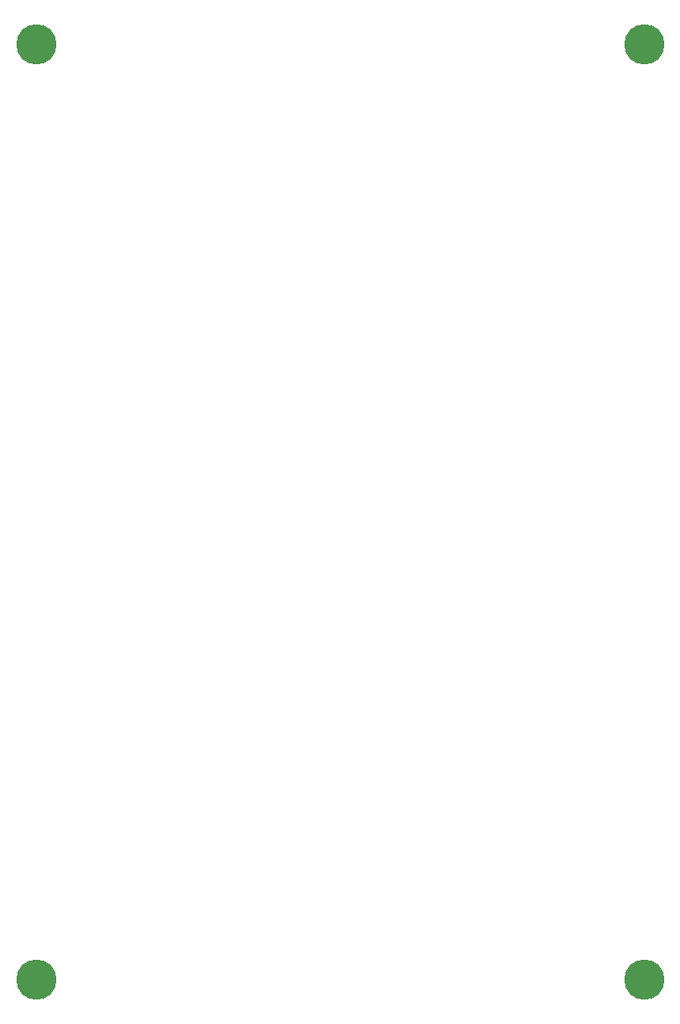
<source format=gbr>
%TF.GenerationSoftware,KiCad,Pcbnew,9.0.5*%
%TF.CreationDate,2025-10-17T20:57:41+01:00*%
%TF.ProjectId,Board,426f6172-642e-46b6-9963-61645f706362,v1*%
%TF.SameCoordinates,Original*%
%TF.FileFunction,NonPlated,1,2,NPTH,Drill*%
%TF.FilePolarity,Positive*%
%FSLAX46Y46*%
G04 Gerber Fmt 4.6, Leading zero omitted, Abs format (unit mm)*
G04 Created by KiCad (PCBNEW 9.0.5) date 2025-10-17 20:57:41*
%MOMM*%
%LPD*%
G01*
G04 APERTURE LIST*
%TA.AperFunction,ComponentDrill*%
%ADD10C,4.300000*%
%TD*%
G04 APERTURE END LIST*
D10*
%TO.C,REF\u002A\u002A*%
X102500000Y-40000000D03*
X102500000Y-140000000D03*
X167500000Y-40000000D03*
X167500000Y-140000000D03*
M02*

</source>
